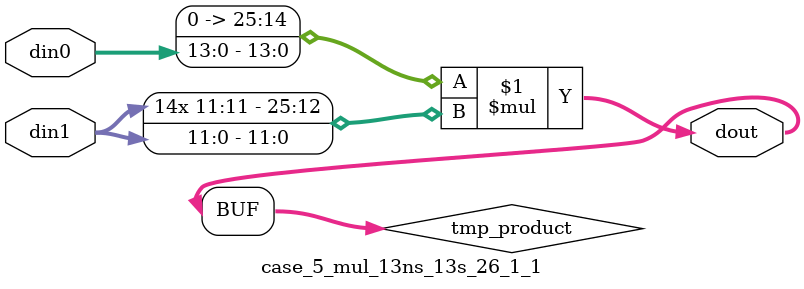
<source format=v>

`timescale 1 ns / 1 ps

 (* use_dsp = "no" *)  module case_5_mul_13ns_13s_26_1_1(din0, din1, dout);
parameter ID = 1;
parameter NUM_STAGE = 0;
parameter din0_WIDTH = 14;
parameter din1_WIDTH = 12;
parameter dout_WIDTH = 26;

input [din0_WIDTH - 1 : 0] din0; 
input [din1_WIDTH - 1 : 0] din1; 
output [dout_WIDTH - 1 : 0] dout;

wire signed [dout_WIDTH - 1 : 0] tmp_product;

























assign tmp_product = $signed({1'b0, din0}) * $signed(din1);










assign dout = tmp_product;





















endmodule

</source>
